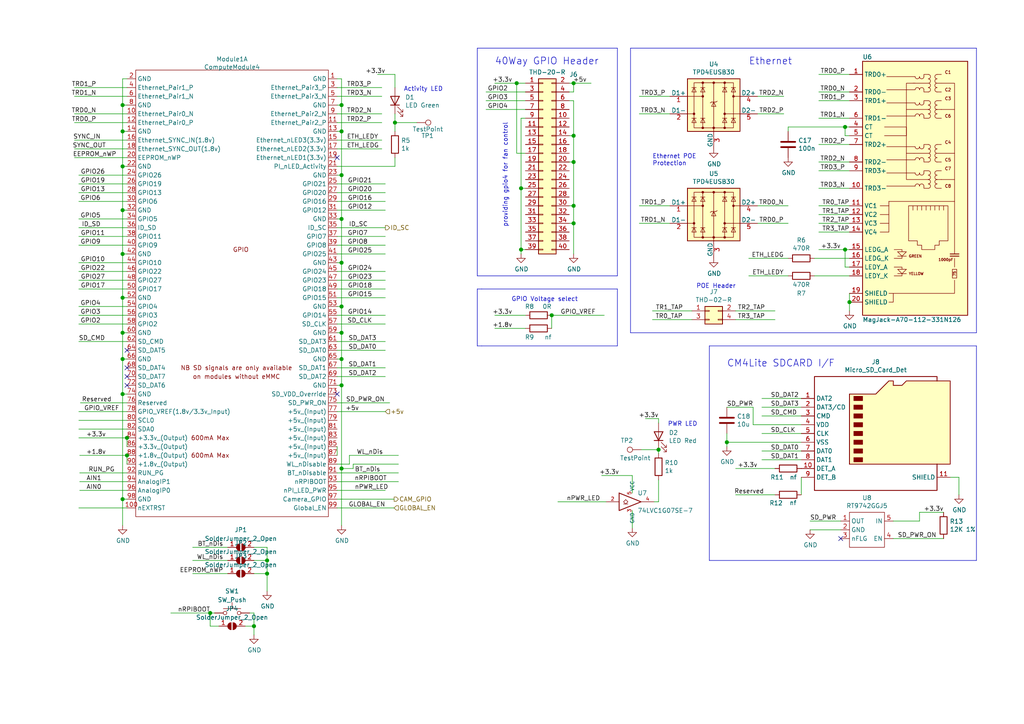
<source format=kicad_sch>
(kicad_sch (version 20210406) (generator eeschema)
  (paper "A4")
  (title_block (title "Compute Module 4 IO Board - GPIO - Ethernet") (rev "1") (company "(c) Raspberry Pi Trading 2020") (comment 1 "www.raspberrypi.org"))
  (junction (at 35.56 30.48) (diameter 1.016))
  (junction (at 35.56 38.1) (diameter 1.016))
  (junction (at 35.56 48.26) (diameter 1.016))
  (junction (at 35.56 60.96) (diameter 1.016))
  (junction (at 35.56 73.66) (diameter 1.016))
  (junction (at 35.56 86.36) (diameter 1.016))
  (junction (at 35.56 96.52) (diameter 1.016))
  (junction (at 35.56 104.14) (diameter 1.016))
  (junction (at 35.56 114.3) (diameter 1.016))
  (junction (at 35.56 144.78) (diameter 1.016))
  (junction (at 36.83 127) (diameter 1.016))
  (junction (at 36.83 132.08) (diameter 1.016))
  (junction (at 60.96 177.8) (diameter 1.016))
  (junction (at 73.66 181.61) (diameter 1.016))
  (junction (at 77.47 162.56) (diameter 1.016))
  (junction (at 77.47 166.37) (diameter 1.016))
  (junction (at 99.06 30.48) (diameter 1.016))
  (junction (at 99.06 38.1) (diameter 1.016))
  (junction (at 99.06 50.8) (diameter 1.016))
  (junction (at 99.06 63.5) (diameter 1.016))
  (junction (at 99.06 76.2) (diameter 1.016))
  (junction (at 99.06 88.9) (diameter 1.016))
  (junction (at 99.06 96.52) (diameter 1.016))
  (junction (at 99.06 104.14) (diameter 1.016))
  (junction (at 99.06 111.76) (diameter 1.016))
  (junction (at 99.06 135.89) (diameter 1.016))
  (junction (at 114.554 35.56) (diameter 1.016))
  (junction (at 149.86 24.13) (diameter 1.016))
  (junction (at 151.13 54.61) (diameter 1.016))
  (junction (at 151.13 72.39) (diameter 1.016))
  (junction (at 160.02 91.44) (diameter 1.016))
  (junction (at 166.37 24.13) (diameter 1.016))
  (junction (at 166.37 39.37) (diameter 1.016))
  (junction (at 166.37 46.99) (diameter 1.016))
  (junction (at 166.37 59.69) (diameter 1.016))
  (junction (at 166.37 64.77) (diameter 1.016))
  (junction (at 191.008 130.429) (diameter 1.016))
  (junction (at 210.82 128.27) (diameter 1.016))
  (junction (at 245.11 36.83) (diameter 1.016))
  (junction (at 245.11 72.39) (diameter 1.016))
  (junction (at 246.38 87.63) (diameter 1.016))
  (no_connect (at 36.83 101.6))
  (no_connect (at 36.83 106.68))
  (no_connect (at 36.83 109.22))
  (no_connect (at 36.83 111.76))
  (no_connect (at 97.79 45.72))
  (no_connect (at 97.79 114.3))
  (no_connect (at 243.84 156.21))
  (wire (pts (xy 21.59 25.4) (xy 36.83 25.4)))
  (wire (pts (xy 21.59 27.94) (xy 36.83 27.94)))
  (wire (pts (xy 21.59 33.02) (xy 36.83 33.02)))
  (wire (pts (xy 21.59 35.56) (xy 36.83 35.56)))
  (wire (pts (xy 21.59 40.64) (xy 36.83 40.64)))
  (wire (pts (xy 21.59 43.18) (xy 36.83 43.18)))
  (wire (pts (xy 21.59 45.72) (xy 36.83 45.72)))
  (wire (pts (xy 22.86 50.8) (xy 36.83 50.8)))
  (wire (pts (xy 22.86 53.34) (xy 36.83 53.34)))
  (wire (pts (xy 22.86 55.88) (xy 36.83 55.88)))
  (wire (pts (xy 22.86 58.42) (xy 36.83 58.42)))
  (wire (pts (xy 22.86 63.5) (xy 36.83 63.5)))
  (wire (pts (xy 22.86 66.04) (xy 36.83 66.04)))
  (wire (pts (xy 22.86 68.58) (xy 36.83 68.58)))
  (wire (pts (xy 22.86 71.12) (xy 36.83 71.12)))
  (wire (pts (xy 22.86 76.2) (xy 36.83 76.2)))
  (wire (pts (xy 22.86 78.74) (xy 36.83 78.74)))
  (wire (pts (xy 22.86 81.28) (xy 36.83 81.28)))
  (wire (pts (xy 22.86 83.82) (xy 36.83 83.82)))
  (wire (pts (xy 22.86 88.9) (xy 36.83 88.9)))
  (wire (pts (xy 22.86 91.44) (xy 36.83 91.44)))
  (wire (pts (xy 22.86 93.98) (xy 36.83 93.98)))
  (wire (pts (xy 22.86 99.06) (xy 36.83 99.06)))
  (wire (pts (xy 22.86 119.38) (xy 36.83 119.38)))
  (wire (pts (xy 22.86 121.92) (xy 36.83 121.92)))
  (wire (pts (xy 22.86 124.46) (xy 36.83 124.46)))
  (wire (pts (xy 22.86 127) (xy 36.83 127)))
  (wire (pts (xy 22.86 147.32) (xy 36.83 147.32)))
  (wire (pts (xy 23.114 132.08) (xy 36.83 132.08)))
  (wire (pts (xy 23.114 137.16) (xy 36.83 137.16)))
  (wire (pts (xy 23.114 139.7) (xy 36.83 139.7)))
  (wire (pts (xy 23.114 142.24) (xy 36.83 142.24)))
  (wire (pts (xy 23.3172 116.84) (xy 36.83 116.84)))
  (wire (pts (xy 35.56 22.86) (xy 35.56 30.48)))
  (wire (pts (xy 35.56 30.48) (xy 35.56 38.1)))
  (wire (pts (xy 35.56 38.1) (xy 35.56 48.26)))
  (wire (pts (xy 35.56 48.26) (xy 35.56 60.96)))
  (wire (pts (xy 35.56 48.26) (xy 36.83 48.26)))
  (wire (pts (xy 35.56 60.96) (xy 35.56 73.66)))
  (wire (pts (xy 35.56 60.96) (xy 36.83 60.96)))
  (wire (pts (xy 35.56 73.66) (xy 35.56 86.36)))
  (wire (pts (xy 35.56 73.66) (xy 36.83 73.66)))
  (wire (pts (xy 35.56 86.36) (xy 35.56 96.52)))
  (wire (pts (xy 35.56 86.36) (xy 36.83 86.36)))
  (wire (pts (xy 35.56 96.52) (xy 35.56 104.14)))
  (wire (pts (xy 35.56 96.52) (xy 36.83 96.52)))
  (wire (pts (xy 35.56 104.14) (xy 35.56 114.3)))
  (wire (pts (xy 35.56 104.14) (xy 36.83 104.14)))
  (wire (pts (xy 35.56 114.3) (xy 35.56 144.78)))
  (wire (pts (xy 35.56 114.3) (xy 36.83 114.3)))
  (wire (pts (xy 35.56 144.78) (xy 35.56 152.4)))
  (wire (pts (xy 36.83 22.86) (xy 35.56 22.86)))
  (wire (pts (xy 36.83 30.48) (xy 35.56 30.48)))
  (wire (pts (xy 36.83 38.1) (xy 35.56 38.1)))
  (wire (pts (xy 36.83 129.54) (xy 36.83 127)))
  (wire (pts (xy 36.83 132.08) (xy 37.084 132.08)))
  (wire (pts (xy 36.83 134.62) (xy 36.83 132.08)))
  (wire (pts (xy 36.83 144.78) (xy 35.56 144.78)))
  (wire (pts (xy 49.53 177.8) (xy 60.96 177.8)))
  (wire (pts (xy 55.88 158.75) (xy 66.04 158.75)))
  (wire (pts (xy 55.88 162.56) (xy 66.04 162.56)))
  (wire (pts (xy 55.88 166.37) (xy 66.04 166.37)))
  (wire (pts (xy 60.96 177.8) (xy 60.96 181.61)))
  (wire (pts (xy 60.96 177.8) (xy 62.23 177.8)))
  (wire (pts (xy 60.96 181.61) (xy 63.5 181.61)))
  (wire (pts (xy 71.12 181.61) (xy 73.66 181.61)))
  (wire (pts (xy 72.39 177.8) (xy 73.66 177.8)))
  (wire (pts (xy 73.66 158.75) (xy 77.47 158.75)))
  (wire (pts (xy 73.66 162.56) (xy 77.47 162.56)))
  (wire (pts (xy 73.66 166.37) (xy 77.47 166.37)))
  (wire (pts (xy 73.66 177.8) (xy 73.66 181.61)))
  (wire (pts (xy 73.66 181.61) (xy 73.66 184.15)))
  (wire (pts (xy 77.47 158.75) (xy 77.47 162.56)))
  (wire (pts (xy 77.47 162.56) (xy 77.47 166.37)))
  (wire (pts (xy 77.47 166.37) (xy 77.47 171.45)))
  (wire (pts (xy 97.79 22.86) (xy 99.06 22.86)))
  (wire (pts (xy 97.79 25.4) (xy 110.744 25.4)))
  (wire (pts (xy 97.79 27.94) (xy 110.744 27.94)))
  (wire (pts (xy 97.79 30.48) (xy 99.06 30.48)))
  (wire (pts (xy 97.79 33.02) (xy 110.744 33.02)))
  (wire (pts (xy 97.79 35.56) (xy 110.744 35.56)))
  (wire (pts (xy 97.79 38.1) (xy 99.06 38.1)))
  (wire (pts (xy 97.79 40.64) (xy 110.744 40.64)))
  (wire (pts (xy 97.79 43.18) (xy 110.744 43.18)))
  (wire (pts (xy 97.79 48.26) (xy 114.554 48.26)))
  (wire (pts (xy 97.79 50.8) (xy 99.06 50.8)))
  (wire (pts (xy 97.79 53.34) (xy 111.76 53.34)))
  (wire (pts (xy 97.79 55.88) (xy 111.76 55.88)))
  (wire (pts (xy 97.79 58.42) (xy 111.76 58.42)))
  (wire (pts (xy 97.79 60.96) (xy 111.76 60.96)))
  (wire (pts (xy 97.79 63.5) (xy 99.06 63.5)))
  (wire (pts (xy 97.79 66.04) (xy 111.76 66.04)))
  (wire (pts (xy 97.79 68.58) (xy 111.76 68.58)))
  (wire (pts (xy 97.79 71.12) (xy 111.76 71.12)))
  (wire (pts (xy 97.79 73.66) (xy 111.76 73.66)))
  (wire (pts (xy 97.79 76.2) (xy 99.06 76.2)))
  (wire (pts (xy 97.79 78.74) (xy 111.76 78.74)))
  (wire (pts (xy 97.79 81.28) (xy 111.76 81.28)))
  (wire (pts (xy 97.79 83.82) (xy 111.76 83.82)))
  (wire (pts (xy 97.79 86.36) (xy 111.76 86.36)))
  (wire (pts (xy 97.79 88.9) (xy 99.06 88.9)))
  (wire (pts (xy 97.79 91.44) (xy 111.76 91.44)))
  (wire (pts (xy 97.79 96.52) (xy 99.06 96.52)))
  (wire (pts (xy 97.79 101.6) (xy 111.76 101.6)))
  (wire (pts (xy 97.79 104.14) (xy 99.06 104.14)))
  (wire (pts (xy 97.79 109.22) (xy 111.76 109.22)))
  (wire (pts (xy 97.79 111.76) (xy 99.06 111.76)))
  (wire (pts (xy 97.79 116.84) (xy 113.03 116.84)))
  (wire (pts (xy 97.79 119.38) (xy 111.76 119.38)))
  (wire (pts (xy 97.79 129.54) (xy 97.79 132.08)))
  (wire (pts (xy 97.79 134.62) (xy 101.346 134.62)))
  (wire (pts (xy 97.79 137.16) (xy 115.57 137.16)))
  (wire (pts (xy 97.79 139.7) (xy 115.57 139.7)))
  (wire (pts (xy 97.79 142.24) (xy 111.76 142.24)))
  (wire (pts (xy 97.79 144.78) (xy 114.3 144.78)))
  (wire (pts (xy 97.79 147.32) (xy 114.3 147.32)))
  (wire (pts (xy 99.06 22.86) (xy 99.06 30.48)))
  (wire (pts (xy 99.06 30.48) (xy 99.06 38.1)))
  (wire (pts (xy 99.06 38.1) (xy 99.06 50.8)))
  (wire (pts (xy 99.06 50.8) (xy 99.06 63.5)))
  (wire (pts (xy 99.06 63.5) (xy 99.06 76.2)))
  (wire (pts (xy 99.06 76.2) (xy 99.06 88.9)))
  (wire (pts (xy 99.06 88.9) (xy 99.06 96.52)))
  (wire (pts (xy 99.06 96.52) (xy 99.06 104.14)))
  (wire (pts (xy 99.06 104.14) (xy 99.06 111.76)))
  (wire (pts (xy 99.06 111.76) (xy 99.06 135.89)))
  (wire (pts (xy 99.06 135.89) (xy 99.06 152.4)))
  (wire (pts (xy 99.06 135.89) (xy 102.4382 135.89)))
  (wire (pts (xy 101.346 132.08) (xy 115.57 132.08)))
  (wire (pts (xy 101.346 134.62) (xy 101.346 132.08)))
  (wire (pts (xy 102.4382 134.62) (xy 115.57 134.62)))
  (wire (pts (xy 102.4382 135.89) (xy 102.4382 134.62)))
  (wire (pts (xy 109.474 21.59) (xy 114.554 21.59)))
  (wire (pts (xy 111.76 93.98) (xy 97.79 93.98)))
  (wire (pts (xy 111.76 99.06) (xy 97.79 99.06)))
  (wire (pts (xy 111.76 106.68) (xy 97.79 106.68)))
  (wire (pts (xy 114.554 25.4) (xy 114.554 21.59)))
  (wire (pts (xy 114.554 35.56) (xy 114.554 33.02)))
  (wire (pts (xy 114.554 38.1) (xy 114.554 35.56)))
  (wire (pts (xy 114.554 48.26) (xy 114.554 45.72)))
  (wire (pts (xy 120.904 35.56) (xy 114.554 35.56)))
  (wire (pts (xy 140.97 26.67) (xy 152.4 26.67)))
  (wire (pts (xy 140.97 29.21) (xy 152.4 29.21)))
  (wire (pts (xy 140.97 31.75) (xy 152.4 31.75)))
  (wire (pts (xy 143.51 24.13) (xy 149.86 24.13)))
  (wire (pts (xy 143.51 91.44) (xy 152.4 91.44)))
  (wire (pts (xy 143.51 95.25) (xy 152.4 95.25)))
  (wire (pts (xy 149.86 24.13) (xy 149.86 44.45)))
  (wire (pts (xy 149.86 44.45) (xy 152.4 44.45)))
  (wire (pts (xy 151.13 34.29) (xy 151.13 54.61)))
  (wire (pts (xy 151.13 54.61) (xy 151.13 72.39)))
  (wire (pts (xy 151.13 54.61) (xy 152.4 54.61)))
  (wire (pts (xy 151.13 72.39) (xy 151.13 73.66)))
  (wire (pts (xy 151.13 72.39) (xy 152.4 72.39)))
  (wire (pts (xy 152.4 24.13) (xy 149.86 24.13)))
  (wire (pts (xy 152.4 34.29) (xy 151.13 34.29)))
  (wire (pts (xy 160.02 91.44) (xy 160.02 95.25)))
  (wire (pts (xy 160.02 91.44) (xy 175.26 91.44)))
  (wire (pts (xy 161.798 145.542) (xy 175.768 145.542)))
  (wire (pts (xy 165.1 24.13) (xy 166.37 24.13)))
  (wire (pts (xy 165.1 26.67) (xy 166.37 26.67)))
  (wire (pts (xy 165.1 29.21) (xy 166.37 29.21)))
  (wire (pts (xy 165.1 59.69) (xy 166.37 59.69)))
  (wire (pts (xy 165.1 64.77) (xy 166.37 64.77)))
  (wire (pts (xy 166.37 24.13) (xy 171.45 24.13)))
  (wire (pts (xy 166.37 26.67) (xy 166.37 24.13)))
  (wire (pts (xy 166.37 29.21) (xy 166.37 39.37)))
  (wire (pts (xy 166.37 39.37) (xy 165.1 39.37)))
  (wire (pts (xy 166.37 39.37) (xy 166.37 46.99)))
  (wire (pts (xy 166.37 46.99) (xy 165.1 46.99)))
  (wire (pts (xy 166.37 59.69) (xy 166.37 46.99)))
  (wire (pts (xy 166.37 64.77) (xy 166.37 59.69)))
  (wire (pts (xy 166.37 64.77) (xy 166.37 73.66)))
  (wire (pts (xy 183.388 137.922) (xy 174.498 137.922)))
  (wire (pts (xy 183.388 143.002) (xy 183.388 137.922)))
  (wire (pts (xy 183.388 148.082) (xy 183.388 153.162)))
  (wire (pts (xy 185.42 27.94) (xy 194.31 27.94)))
  (wire (pts (xy 185.42 33.02) (xy 194.31 33.02)))
  (wire (pts (xy 185.42 59.69) (xy 194.31 59.69)))
  (wire (pts (xy 186.0042 130.429) (xy 191.008 130.429)))
  (wire (pts (xy 189.23 90.17) (xy 200.66 90.17)))
  (wire (pts (xy 189.23 92.71) (xy 200.66 92.71)))
  (wire (pts (xy 191.008 121.412) (xy 187.198 121.412)))
  (wire (pts (xy 191.008 122.682) (xy 191.008 121.412)))
  (wire (pts (xy 191.008 130.302) (xy 191.008 130.429)))
  (wire (pts (xy 191.008 130.429) (xy 191.008 131.572)))
  (wire (pts (xy 191.008 139.192) (xy 191.008 145.542)))
  (wire (pts (xy 191.008 145.542) (xy 189.738 145.542)))
  (wire (pts (xy 194.31 64.77) (xy 185.42 64.77)))
  (wire (pts (xy 210.82 118.11) (xy 218.44 118.11)))
  (wire (pts (xy 210.82 125.73) (xy 210.82 128.27)))
  (wire (pts (xy 210.82 128.27) (xy 210.82 129.54)))
  (wire (pts (xy 210.82 128.27) (xy 232.41 128.27)))
  (wire (pts (xy 213.36 90.17) (xy 224.79 90.17)))
  (wire (pts (xy 213.36 92.71) (xy 224.79 92.71)))
  (wire (pts (xy 213.36 135.89) (xy 224.79 135.89)))
  (wire (pts (xy 213.36 143.51) (xy 224.79 143.51)))
  (wire (pts (xy 217.17 74.93) (xy 228.6 74.93)))
  (wire (pts (xy 217.17 80.01) (xy 228.6 80.01)))
  (wire (pts (xy 218.44 123.19) (xy 218.44 118.11)))
  (wire (pts (xy 219.71 27.94) (xy 227.33 27.94)))
  (wire (pts (xy 219.71 33.02) (xy 227.33 33.02)))
  (wire (pts (xy 219.71 59.69) (xy 228.6 59.69)))
  (wire (pts (xy 219.71 64.77) (xy 228.6 64.77)))
  (wire (pts (xy 220.98 115.57) (xy 232.41 115.57)))
  (wire (pts (xy 220.98 120.65) (xy 232.41 120.65)))
  (wire (pts (xy 220.98 130.81) (xy 232.41 130.81)))
  (wire (pts (xy 228.6 36.83) (xy 245.11 36.83)))
  (wire (pts (xy 228.6 38.1) (xy 228.6 36.83)))
  (wire (pts (xy 232.41 118.11) (xy 220.98 118.11)))
  (wire (pts (xy 232.41 123.19) (xy 218.44 123.19)))
  (wire (pts (xy 232.41 125.73) (xy 220.98 125.73)))
  (wire (pts (xy 232.41 133.35) (xy 220.98 133.35)))
  (wire (pts (xy 232.41 138.43) (xy 232.41 143.51)))
  (wire (pts (xy 236.22 74.93) (xy 246.38 74.93)))
  (wire (pts (xy 236.22 80.01) (xy 246.38 80.01)))
  (wire (pts (xy 237.49 21.59) (xy 246.38 21.59)))
  (wire (pts (xy 237.49 26.67) (xy 246.38 26.67)))
  (wire (pts (xy 237.49 29.21) (xy 246.38 29.21)))
  (wire (pts (xy 237.49 34.29) (xy 246.38 34.29)))
  (wire (pts (xy 237.49 41.91) (xy 246.38 41.91)))
  (wire (pts (xy 237.49 46.99) (xy 246.38 46.99)))
  (wire (pts (xy 237.49 49.53) (xy 246.38 49.53)))
  (wire (pts (xy 237.49 54.61) (xy 246.38 54.61)))
  (wire (pts (xy 237.49 59.69) (xy 246.38 59.69)))
  (wire (pts (xy 237.49 62.23) (xy 246.38 62.23)))
  (wire (pts (xy 237.49 64.77) (xy 246.38 64.77)))
  (wire (pts (xy 237.49 67.31) (xy 246.38 67.31)))
  (wire (pts (xy 237.49 72.39) (xy 245.11 72.39)))
  (wire (pts (xy 243.84 151.13) (xy 234.95 151.13)))
  (wire (pts (xy 243.84 153.67) (xy 234.95 153.67)))
  (wire (pts (xy 245.11 39.37) (xy 245.11 36.83)))
  (wire (pts (xy 245.11 72.39) (xy 246.38 72.39)))
  (wire (pts (xy 245.11 77.47) (xy 245.11 72.39)))
  (wire (pts (xy 246.38 36.83) (xy 245.11 36.83)))
  (wire (pts (xy 246.38 39.37) (xy 245.11 39.37)))
  (wire (pts (xy 246.38 77.47) (xy 245.11 77.47)))
  (wire (pts (xy 246.38 85.09) (xy 246.38 87.63)))
  (wire (pts (xy 246.38 87.63) (xy 246.38 90.17)))
  (wire (pts (xy 259.08 151.13) (xy 266.7 151.13)))
  (wire (pts (xy 259.08 156.21) (xy 273.685 156.21)))
  (wire (pts (xy 266.7 148.59) (xy 266.7 151.13)))
  (wire (pts (xy 273.685 148.59) (xy 266.7 148.59)))
  (wire (pts (xy 275.59 138.43) (xy 278.13 138.43)))
  (wire (pts (xy 278.13 138.43) (xy 278.13 143.51)))
  (polyline (pts (xy 138.43 13.97) (xy 138.43 80.01)) (stroke (width 0) (type solid)))
  (polyline (pts (xy 138.43 80.01) (xy 179.07 80.01)) (stroke (width 0) (type solid)))
  (polyline (pts (xy 138.43 100.33) (xy 138.43 83.82)) (stroke (width 0) (type solid)))
  (polyline (pts (xy 138.43 100.33) (xy 139.7 100.33)) (stroke (width 0) (type solid)))
  (polyline (pts (xy 139.7 83.82) (xy 138.43 83.82)) (stroke (width 0) (type solid)))
  (polyline (pts (xy 139.7 83.82) (xy 179.07 83.82)) (stroke (width 0) (type solid)))
  (polyline (pts (xy 179.07 13.97) (xy 138.43 13.97)) (stroke (width 0) (type solid)))
  (polyline (pts (xy 179.07 13.97) (xy 179.07 80.01)) (stroke (width 0) (type solid)))
  (polyline (pts (xy 179.07 83.82) (xy 179.07 100.33)) (stroke (width 0) (type solid)))
  (polyline (pts (xy 179.07 100.33) (xy 139.7 100.33)) (stroke (width 0) (type solid)))
  (polyline (pts (xy 182.88 13.97) (xy 283.21 13.97)) (stroke (width 0) (type solid)))
  (polyline (pts (xy 182.88 96.52) (xy 182.88 13.97)) (stroke (width 0) (type solid)))
  (polyline (pts (xy 205.74 100.33) (xy 283.21 100.33)) (stroke (width 0) (type solid)))
  (polyline (pts (xy 205.74 162.56) (xy 205.74 100.33)) (stroke (width 0) (type solid)))
  (polyline (pts (xy 283.21 13.97) (xy 283.21 96.52)) (stroke (width 0) (type solid)))
  (polyline (pts (xy 283.21 96.52) (xy 182.88 96.52)) (stroke (width 0) (type solid)))
  (polyline (pts (xy 283.21 100.33) (xy 283.21 162.56)) (stroke (width 0) (type solid)))
  (polyline (pts (xy 283.21 162.56) (xy 205.74 162.56)) (stroke (width 0) (type solid)))
  (text "Activity LED" (at 117.094 26.67 0) (effects (font (size 1.27 1.27)) (justify left bottom)))
  (text "40Way GPIO Header" (at 143.51 19.05 0) (effects (font (size 2.007 2.007)) (justify left bottom)))
  (text "providing gpio4 for fan control" (at 147.32 35.56 270) (effects (font (size 1.27 1.27)) (justify right bottom)))
  (text "GPIO Voltage select\n" (at 167.64 87.63 180) (effects (font (size 1.27 1.27)) (justify right bottom)))
  (text "Ethernet POE\nProtection" (at 189.23 48.26 0) (effects (font (size 1.27 1.27)) (justify left bottom)))
  (text "PWR LED" (at 193.675 123.825 0) (effects (font (size 1.27 1.27)) (justify left bottom)))
  (text "POE Header" (at 201.93 83.82 0) (effects (font (size 1.27 1.27)) (justify left bottom)))
  (text "CM4Lite SDCARD I/F" (at 210.82 106.68 0) (effects (font (size 2.007 2.007)) (justify left bottom)))
  (text "Ethernet" (at 217.17 19.05 0) (effects (font (size 2.0066 2.0066)) (justify left bottom)))
  (label "GPIO_VREF" (at 24.384 119.38 0))
  (label "TRD1_P" (at 27.94 25.4 180))
  (label "TRD1_N" (at 27.94 27.94 180))
  (label "TRD0_N" (at 27.94 33.02 180))
  (label "TRD0_P" (at 27.94 35.56 180))
  (label "SYNC_IN" (at 29.21 40.64 180))
  (label "GPIO6" (at 29.21 58.42 180))
  (label "GPIO5" (at 29.21 63.5 180))
  (label "ID_SD" (at 29.21 66.04 180))
  (label "GPIO9" (at 29.21 71.12 180))
  (label "GPIO4" (at 29.21 88.9 180))
  (label "GPIO3" (at 29.21 91.44 180))
  (label "GPIO2" (at 29.21 93.98 180))
  (label "AIN1" (at 29.464 139.7 180))
  (label "AIN0" (at 29.464 142.24 180))
  (label "GPIO26" (at 30.48 50.8 180))
  (label "GPIO19" (at 30.48 53.34 180))
  (label "GPIO13" (at 30.48 55.88 180))
  (label "GPIO11" (at 30.48 68.58 180))
  (label "GPIO10" (at 30.48 76.2 180))
  (label "GPIO22" (at 30.48 78.74 180))
  (label "GPIO27" (at 30.48 81.28 180))
  (label "GPIO17" (at 30.48 83.82 180))
  (label "SD_CMD" (at 30.48 99.06 180))
  (label "SYNC_OUT" (at 30.734 43.18 180))
  (label "+3.3v" (at 30.734 127 180))
  (label "+1.8v" (at 30.734 132.08 180))
  (label "Reserved" (at 32.385 116.84 180))
  (label "RUN_PG" (at 33.274 137.16 180))
  (label "EEPROM_nWP" (at 33.782 45.72 180))
  (label "nRPIBOOT" (at 60.96 177.8 180))
  (label "BT_nDis" (at 64.77 158.75 180))
  (label "WL_nDis" (at 64.77 162.56 180))
  (label "EEPROM_nWP" (at 64.77 166.37 180))
  (label "SD_PWR_ON" (at 100.33 116.84 0))
  (label "TRD3_P" (at 100.584 25.4 0))
  (label "TRD3_N" (at 100.584 27.94 0))
  (label "TRD2_N" (at 100.584 33.02 0))
  (label "TRD2_P" (at 100.584 35.56 0))
  (label "ETH_LEDY" (at 100.584 40.64 0))
  (label "ETH_LEDG" (at 100.584 43.18 0))
  (label "nPWR_LED" (at 102.87 142.24 0))
  (label "+5v" (at 104.14 119.38 180))
  (label "ID_SC" (at 106.68 66.04 180))
  (label "GPIO7" (at 106.68 68.58 180))
  (label "GPIO8" (at 106.68 71.12 180))
  (label "GPIO21" (at 107.95 53.34 180))
  (label "GPIO20" (at 107.95 55.88 180))
  (label "GPIO16" (at 107.95 58.42 180))
  (label "GPIO12" (at 107.95 60.96 180))
  (label "GPIO25" (at 107.95 73.66 180))
  (label "GPIO24" (at 107.95 78.74 180))
  (label "GPIO23" (at 107.95 81.28 180))
  (label "GPIO18" (at 107.95 83.82 180))
  (label "GPIO15" (at 107.95 86.36 180))
  (label "GPIO14" (at 107.95 91.44 180))
  (label "SD_CLK" (at 107.95 93.98 180))
  (label "SD_DAT3" (at 109.22 99.06 180))
  (label "SD_DAT0" (at 109.22 101.6 180))
  (label "SD_DAT1" (at 109.22 106.68 180))
  (label "SD_DAT2" (at 109.22 109.22 180))
  (label "BT_nDis" (at 110.3376 137.16 180))
  (label "WL_nDis" (at 111.125 132.08 180))
  (label "+3.3v" (at 111.76 21.59 180))
  (label "GLOBAL_EN" (at 111.76 147.32 180))
  (label "nRPIBOOT" (at 112.2172 139.7 180))
  (label "GPIO2" (at 147.32 26.67 180))
  (label "GPIO3" (at 147.32 29.21 180))
  (label "GPIO4" (at 147.32 31.75 180))
  (label "+3.3v" (at 148.59 24.13 180))
  (label "+3.3v" (at 148.59 91.44 180))
  (label "+1.8v" (at 148.59 95.25 180))
  (label "GPIO_VREF" (at 162.56 91.44 0))
  (label "nPWR_LED" (at 164.338 145.542 0))
  (label "+5v" (at 170.18 24.13 180))
  (label "+3.3v" (at 179.578 137.922 180))
  (label "+3.3v" (at 191.008 121.412 180))
  (label "TRD3_P" (at 193.04 27.94 180))
  (label "TRD3_N" (at 193.04 33.02 180))
  (label "TRD1_P" (at 193.04 59.69 180))
  (label "TRD1_N" (at 193.04 64.77 180))
  (label "TR0_TAP" (at 198.0184 92.71 180))
  (label "TR1_TAP" (at 198.12 90.17 180))
  (label "SD_PWR" (at 210.82 118.11 0))
  (label "+3.3v" (at 219.71 135.89 180))
  (label "Reserved" (at 221.615 143.51 180))
  (label "TR3_TAP" (at 221.8944 92.71 180))
  (label "TR2_TAP" (at 221.9198 90.17 180))
  (label "SD_DAT2" (at 223.52 115.57 0))
  (label "SD_DAT3" (at 223.52 118.11 0))
  (label "SD_CMD" (at 223.52 120.65 0))
  (label "SD_CLK" (at 223.52 125.73 0))
  (label "SD_DAT0" (at 223.52 130.81 0))
  (label "SD_DAT1" (at 223.52 133.35 0))
  (label "TRD2_N" (at 227.33 27.94 180))
  (label "TRD2_P" (at 227.33 33.02 180))
  (label "TRD0_N" (at 227.33 59.69 180))
  (label "TRD0_P" (at 227.33 64.77 180))
  (label "ETH_LEDG" (at 227.33 74.93 180))
  (label "ETH_LEDY" (at 227.33 80.01 180))
  (label "SD_PWR" (at 234.95 151.13 0))
  (label "+3.3v" (at 243.84 72.39 180))
  (label "TRD0_P" (at 245.11 21.59 180))
  (label "TRD0_N" (at 245.11 26.67 180))
  (label "TRD1_P" (at 245.11 29.21 180))
  (label "TRD1_N" (at 245.11 34.29 180))
  (label "TRD2_P" (at 245.11 41.91 180))
  (label "TRD2_N" (at 245.11 46.99 180))
  (label "TRD3_P" (at 245.11 49.53 180))
  (label "TRD3_N" (at 245.11 54.61 180))
  (label "TR0_TAP" (at 246.38 59.69 180))
  (label "TR1_TAP" (at 246.38 62.23 180))
  (label "TR2_TAP" (at 246.38 64.77 180))
  (label "TR3_TAP" (at 246.38 67.31 180))
  (label "SD_PWR_ON" (at 260.35 156.21 0))
  (label "+3.3v" (at 273.685 148.59 180))
  (hierarchical_label "ID_SC" (shape output) (at 111.76 66.04 0))
  (hierarchical_label "+5v" (shape input) (at 111.76 119.38 0))
  (hierarchical_label "CAM_GPIO" (shape output) (at 114.3 144.78 0))
  (hierarchical_label "GLOBAL_EN" (shape input) (at 114.3 147.32 0))
  (symbol (lib_id "Connector:TestPoint") (at 120.904 35.56 270) (unit 1)
    (property "Reference" "TP1" (at 122.174 39.37 90) (effects (justify left)))
    (property "Value" "TestPoint" (at 119.634 37.465 90) (effects (justify left)))
    (property "Footprint" "TestPoint:TestPoint_Pad_2.0x2.0mm" (effects hide))
    (property "Field4" "nf" (effects hide))
    (property "Field5" "nf" (effects hide))
    (property "Field6" "nf" (effects hide))
    (property "Field7" "nf" (effects hide))
  )
  (symbol (lib_id "Connector:TestPoint") (at 186.0042 130.429 90) (unit 1)
    (property "Reference" "TP2" (at 183.642 127.762 90) (effects (justify left)))
    (property "Value" "TestPoint" (at 188.722 132.842 90) (effects (justify left)))
    (property "Footprint" "TestPoint:TestPoint_Pad_2.0x2.0mm" (effects hide))
    (property "Field4" "nf" (effects hide))
    (property "Field5" "nf" (effects hide))
    (property "Field6" "nf" (effects hide))
    (property "Field7" "nf" (effects hide))
  )
  (symbol (lib_id "power:GND") (at 35.56 152.4 0) (unit 1)
    (property "Reference" "#PWR030" (effects hide))
    (property "Value" "GND" (at 35.687 156.7942 0))
  )
  (symbol (lib_id "power:GND") (at 73.66 184.15 0) (unit 1)
    (property "Reference" "#PWR035" (effects hide))
    (property "Value" "GND" (at 73.787 188.5442 0))
  )
  (symbol (lib_id "power:GND") (at 77.47 171.45 0) (unit 1)
    (property "Reference" "#PWR034" (effects hide))
    (property "Value" "GND" (at 77.597 175.8442 0))
  )
  (symbol (lib_id "power:GND") (at 99.06 152.4 0) (unit 1)
    (property "Reference" "#PWR031" (effects hide))
    (property "Value" "GND" (at 99.187 156.7942 0))
  )
  (symbol (lib_id "power:GND") (at 151.13 73.66 0) (unit 1)
    (property "Reference" "#PWR024" (effects hide))
    (property "Value" "GND" (at 151.257 78.0542 0))
  )
  (symbol (lib_id "power:GND") (at 166.37 73.66 0) (unit 1)
    (property "Reference" "#PWR025" (effects hide))
    (property "Value" "GND" (at 166.497 78.0542 0))
  )
  (symbol (lib_id "power:GND") (at 183.388 153.162 0) (unit 1)
    (property "Reference" "#PWR032" (effects hide))
    (property "Value" "GND" (at 183.515 157.5562 0))
  )
  (symbol (lib_id "power:GND") (at 207.01 43.18 0) (unit 1)
    (property "Reference" "#PWR022" (effects hide))
    (property "Value" "GND" (at 207.137 47.5742 0))
  )
  (symbol (lib_id "power:GND") (at 207.01 74.93 0) (unit 1)
    (property "Reference" "#PWR026" (effects hide))
    (property "Value" "GND" (at 207.137 79.3242 0))
  )
  (symbol (lib_id "power:GND") (at 210.82 129.54 0) (unit 1)
    (property "Reference" "#PWR028" (effects hide))
    (property "Value" "GND" (at 210.947 133.9342 0))
  )
  (symbol (lib_id "power:GND") (at 228.6 45.72 0) (unit 1)
    (property "Reference" "#PWR023" (effects hide))
    (property "Value" "GND" (at 228.727 50.1142 0))
  )
  (symbol (lib_id "power:GND") (at 234.95 153.67 0) (unit 1)
    (property "Reference" "#PWR033" (effects hide))
    (property "Value" "GND" (at 235.077 158.0642 0))
  )
  (symbol (lib_id "power:GND") (at 246.38 90.17 0) (unit 1)
    (property "Reference" "#PWR027" (effects hide))
    (property "Value" "GND" (at 246.507 94.5642 0))
  )
  (symbol (lib_id "power:GND") (at 278.13 143.51 0) (unit 1)
    (property "Reference" "#PWR029" (effects hide))
    (property "Value" "GND" (at 278.257 147.9042 0))
  )
  (symbol (lib_id "Jumper:SolderJumper_2_Open") (at 67.31 181.61 0) (unit 1)
    (property "Reference" "JP4" (at 67.31 176.53 0))
    (property "Value" "SolderJumper_2_Open" (at 67.31 179.07 0))
  )
  (symbol (lib_id "Jumper:SolderJumper_2_Open") (at 69.85 158.75 0) (unit 1)
    (property "Reference" "JP1" (at 69.85 153.67 0))
    (property "Value" "SolderJumper_2_Open" (at 69.85 156.21 0))
  )
  (symbol (lib_id "Jumper:SolderJumper_2_Open") (at 69.85 162.56 0) (unit 1)
    (property "Reference" "JP2" (at 69.85 157.48 0))
    (property "Value" "SolderJumper_2_Open" (at 69.85 160.02 0))
  )
  (symbol (lib_id "Jumper:SolderJumper_2_Open") (at 69.85 166.37 0) (unit 1)
    (property "Reference" "JP3" (at 69.85 161.29 0))
    (property "Value" "SolderJumper_2_Open" (at 69.85 163.83 0))
  )
  (symbol (lib_id "Device:R") (at 114.554 41.91 0) (unit 1)
    (property "Reference" "R5" (at 116.332 40.7416 0) (effects (justify left)))
    (property "Value" "1k" (at 116.332 43.053 0) (effects (justify left)))
    (property "Footprint" "Resistor_SMD:R_0402_1005Metric" (effects hide))
    (property "Datasheet" "https://fscdn.rohm.com/en/products/databook/datasheet/passive/resistor/chip_resistor/mcr-e.pdf" (effects hide))
    (property "Field4" "Farnell" (effects hide))
    (property "Field5" "9239235" (effects hide))
    (property "Field7" "KOA EUROPE GMBH" (effects hide))
    (property "Field6" "RK73H1ETTP1001F" (effects hide))
    (property "Part Description" "Resistor 1K M1005 1% 63mW" (effects hide))
    (property "Field8" "125049511" (effects hide))
  )
  (symbol (lib_id "Device:R") (at 156.21 91.44 90) (unit 1)
    (property "Reference" "R8" (at 154.94 88.9 90) (effects (justify left)))
    (property "Value" "0R" (at 160.02 88.9 90) (effects (justify left)))
    (property "Footprint" "Resistor_SMD:R_0805_2012Metric_Pad1.15x1.40mm_HandSolder" (effects hide))
    (property "Datasheet" "https://fscdn.rohm.com/en/products/databook/datasheet/passive/resistor/chip_resistor/mcr-e.pdf" (effects hide))
    (property "Field4" "Farnell" (effects hide))
    (property "Field5" "9233750" (effects hide))
    (property "Field7" "Rohm" (effects hide))
    (property "Field6" "MCR10EZPJ000" (effects hide))
    (property "Part Description" "Resistor 0R M2012 5% " (effects hide))
    (property "Field8" "121629591" (effects hide))
  )
  (symbol (lib_id "Device:R") (at 156.21 95.25 90) (unit 1)
    (property "Reference" "R9" (at 154.94 97.79 90) (effects (justify left)))
    (property "Value" "nf" (at 160.02 97.79 90) (effects (justify left)))
    (property "Footprint" "Resistor_SMD:R_0805_2012Metric_Pad1.15x1.40mm_HandSolder" (effects hide))
    (property "Datasheet" "https://fscdn.rohm.com/en/products/databook/datasheet/passive/resistor/chip_resistor/mcr-e.pdf" (effects hide))
    (property "Field4" "nf" (effects hide))
    (property "Field5" "nf" (effects hide))
    (property "Field6" "nf" (effects hide))
  )
  (symbol (lib_id "Device:R") (at 191.008 135.382 0) (unit 1)
    (property "Reference" "R10" (at 192.786 134.2136 0) (effects (justify left)))
    (property "Value" "1k" (at 192.786 136.525 0) (effects (justify left)))
    (property "Footprint" "Resistor_SMD:R_0402_1005Metric" (effects hide))
    (property "Datasheet" "https://fscdn.rohm.com/en/products/databook/datasheet/passive/resistor/chip_resistor/mcr-e.pdf" (effects hide))
    (property "Field4" "Farnell" (effects hide))
    (property "Field5" "9239235" (effects hide))
    (property "Field7" "KOA EUROPE GMBH" (effects hide))
    (property "Field6" "RK73H1ETTP1001F" (effects hide))
    (property "Part Description" "Resistor 1K M1005 1% 63mW" (effects hide))
    (property "Field8" "125049511" (effects hide))
  )
  (symbol (lib_id "Device:R") (at 228.6 135.89 90) (unit 1)
    (property "Reference" "R11" (at 227.33 138.43 90) (effects (justify left)))
    (property "Value" "nf" (at 231.14 138.43 90) (effects (justify left)))
    (property "Footprint" "Resistor_SMD:R_0402_1005Metric" (effects hide))
    (property "Datasheet" "https://fscdn.rohm.com/en/products/databook/datasheet/passive/resistor/chip_resistor/mcr-e.pdf" (effects hide))
    (property "Field4" "Farnell" (effects hide))
    (property "Field5" "9239235" (effects hide))
    (property "Field7" "KOA EUROPE GMBH" (effects hide))
    (property "Field6" "RK73H1ETTP1001F" (effects hide))
    (property "Part Description" "Resistor 1K M1005 1% 63mW" (effects hide))
    (property "Field8" "125049511" (effects hide))
  )
  (symbol (lib_id "Device:R") (at 228.6 143.51 90) (unit 1)
    (property "Reference" "R12" (at 227.0506 145.8976 90) (effects (justify left)))
    (property "Value" "nf" (at 231.0638 145.8468 90) (effects (justify left)))
    (property "Footprint" "Resistor_SMD:R_0402_1005Metric" (effects hide))
    (property "Datasheet" "https://fscdn.rohm.com/en/products/databook/datasheet/passive/resistor/chip_resistor/mcr-e.pdf" (effects hide))
    (property "Field4" "Farnell" (effects hide))
    (property "Field5" "9239235" (effects hide))
    (property "Field7" "KOA EUROPE GMBH" (effects hide))
    (property "Field6" "RK73H1ETTP1001F" (effects hide))
    (property "Part Description" "Resistor 1K M1005 1% 63mW" (effects hide))
    (property "Field8" "125049511" (effects hide))
  )
  (symbol (lib_id "Device:R") (at 232.41 74.93 270) (unit 1)
    (property "Reference" "R6" (at 232.41 69.6722 90))
    (property "Value" "470R" (at 232.41 71.9836 90))
    (property "Footprint" "Resistor_SMD:R_0402_1005Metric" (effects hide))
    (property "Datasheet" "https://fscdn.rohm.com/en/products/databook/datasheet/passive/resistor/chip_resistor/mcr-e.pdf" (effects hide))
    (property "Field4" "Farnell" (effects hide))
    (property "Field5" "9239197" (effects hide))
    (property "Field7" "KOA EUROPE GMBH" (effects hide))
    (property "Field6" "RK73G1ETQTP4700D         " (effects hide))
    (property "Field8" "120887981" (effects hide))
    (property "Part Description" "Resistor 470R M1005 1% 63mW" (effects hide))
  )
  (symbol (lib_id "Device:R") (at 232.41 80.01 270) (unit 1)
    (property "Reference" "R7" (at 232.41 85.09 90))
    (property "Value" "470R" (at 232.41 82.55 90))
    (property "Footprint" "Resistor_SMD:R_0402_1005Metric" (effects hide))
    (property "Datasheet" "https://fscdn.rohm.com/en/products/databook/datasheet/passive/resistor/chip_resistor/mcr-e.pdf" (effects hide))
    (property "Field4" "Farnell" (effects hide))
    (property "Field5" "9239197" (effects hide))
    (property "Field7" "KOA EUROPE GMBH" (effects hide))
    (property "Field6" "RK73G1ETQTP4700D         " (effects hide))
    (property "Field8" "120887981" (effects hide))
    (property "Part Description" "Resistor 470R M1005 1% 63mW" (effects hide))
  )
  (symbol (lib_id "Device:R") (at 273.685 152.4 0) (unit 1)
    (property "Reference" "R13" (at 275.463 151.2316 0) (effects (justify left)))
    (property "Value" "12K 1%" (at 275.463 153.543 0) (effects (justify left)))
    (property "Footprint" "Resistor_SMD:R_0402_1005Metric" (effects hide))
    (property "Datasheet" "https://fscdn.rohm.com/en/products/databook/datasheet/passive/resistor/chip_resistor/mcr-e.pdf" (effects hide))
    (property "Field4" "Farnell" (effects hide))
    (property "Field5" "9239367" (effects hide))
    (property "Field7" "Rohm" (effects hide))
    (property "Field6" "MCR01MZPF1202" (effects hide))
    (property "Part Description" "Resistor 12K M1005 1% 63mW" (effects hide))
  )
  (symbol (lib_id "Device:LED") (at 114.554 29.21 90) (unit 1)
    (property "Reference" "D1" (at 117.5258 28.2194 90) (effects (justify right)))
    (property "Value" "LED Green" (at 117.5258 30.5308 90) (effects (justify right)))
    (property "Footprint" "LED_SMD:LED_0603_1608Metric" (effects hide))
    (property "Datasheet" "http://optoelectronics.liteon.com/upload/download/DS22-2000-226/LTST-S270KGKT.pdf" (effects hide))
    (property "Field4" "Digikey " (effects hide))
    (property "Field5" "LTST-S270KGKT" (effects hide))
    (property "Field6" "SML-A12M8TT86N" (effects hide))
    (property "Field7" "Rohm" (effects hide))
    (property "Field8" "650263301" (effects hide))
    (property "Part Description" "	Green 572nm LED Indication - Discrete 2.2V 2-SMD, No Lead" (effects hide))
  )
  (symbol (lib_id "Device:LED") (at 191.008 126.492 90) (unit 1)
    (property "Reference" "D2" (at 193.9798 125.5014 90) (effects (justify right)))
    (property "Value" "LED Red" (at 193.9798 127.8128 90) (effects (justify right)))
    (property "Footprint" "LED_SMD:LED_0603_1608Metric" (effects hide))
    (property "Datasheet" "http://optoelectronics.liteon.com/upload/download/DS22-2000-210/LTST-S270KRKT.pdf" (effects hide))
    (property "Field4" "Digikey " (effects hide))
    (property "Field5" "	LTST-S270KRKT" (effects hide))
    (property "Field6" "SML-A12U8TT86Q" (effects hide))
    (property "Field7" "Rohm" (effects hide))
    (property "Field8" "650295101" (effects hide))
    (property "Part Description" "	Red 620nm LED Indication - Discrete 2.2V 2-SMD, No Lead" (effects hide))
  )
  (symbol (lib_id "Device:C") (at 210.82 121.92 0) (unit 1)
    (property "Reference" "C18" (at 213.741 120.7516 0) (effects (justify left)))
    (property "Value" "10u" (at 213.741 123.063 0) (effects (justify left)))
    (property "Footprint" "Capacitor_SMD:C_0805_2012Metric" (effects hide))
    (property "Datasheet" "https://search.murata.co.jp/Ceramy/image/img/A01X/G101/ENG/GRM21BR71A106KA73-01.pdf" (effects hide))
    (property "Field5" "490-14381-1-ND" (effects hide))
    (property "Field4" "Digikey" (effects hide))
    (property "Field6" "GRM21BR71A106KA73L" (effects hide))
    (property "Field7" "Murata" (effects hide))
    (property "Part Description" "	10uF 10% 10V Ceramic Capacitor X7R 0805 (2012 Metric)" (effects hide))
    (property "Field8" "111893011" (effects hide))
  )
  (symbol (lib_id "Device:C") (at 228.6 41.91 0) (unit 1)
    (property "Reference" "C17" (at 231.521 40.7416 0) (effects (justify left)))
    (property "Value" "100n" (at 231.521 43.053 0) (effects (justify left)))
    (property "Footprint" "Capacitor_SMD:C_0402_1005Metric" (effects hide))
    (property "Datasheet" "https://search.murata.co.jp/Ceramy/image/img/A01X/G101/ENG/GRM155R71C104KA88-01.pdf" (effects hide))
    (property "Field4" "Farnell" (effects hide))
    (property "Field5" "2611911" (effects hide))
    (property "Field6" "RM EMK105 B7104KV-F" (effects hide))
    (property "Field7" "TAIYO YUDEN EUROPE GMBH" (effects hide))
    (property "Part Description" "	0.1uF 10% 16V Ceramic Capacitor X7R 0402 (1005 Metric)" (effects hide))
    (property "Field8" "110091611" (effects hide))
  )
  (symbol (lib_id "Switch:SW_Push") (at 67.31 177.8 0) (unit 1)
    (property "Reference" "SW1" (at 67.31 171.45 0))
    (property "Value" "SW_Push" (at 67.31 173.99 0))
  )
  (symbol (lib_id "Connector_Generic:Conn_02x02_Odd_Even") (at 205.74 90.17 0) (unit 1)
    (property "Reference" "J7" (at 207.01 84.6582 0))
    (property "Value" "THD-02-R" (at 207.01 86.9696 0))
    (property "Footprint" "Connector_PinHeader_2.54mm:PinHeader_2x02_P2.54mm_Vertical" (effects hide))
    (property "Datasheet" "https://www.toby.co.uk/uploads/publications/1673.pdf" (effects hide))
    (property "Field4" "Toby" (effects hide))
    (property "Field5" "THD-02-R" (effects hide))
    (property "Field6" "151-604-425-761" (effects hide))
    (property "Field7" "EDAC" (effects hide))
    (property "Field8" "UCON00791" (effects hide))
    (property "Part Description" "PinHeader_2x02_P2.54mm_Vertical" (effects hide))
  )
  (symbol (lib_id "CM4IO:74LVC1G07_copy") (at 183.388 145.542 0) (unit 1)
    (property "Reference" "U7" (at 184.912 143.002 0) (effects (justify left)))
    (property "Value" "74LVC1G07SE-7" (at 184.912 148.082 0) (effects (justify left)))
    (property "Footprint" "Package_TO_SOT_SMD:SOT-353_SC-70-5" (effects hide))
    (property "Datasheet" "https://www.diodes.com/assets/Datasheets/74LVC1G07.pdf" (effects hide))
    (property "Field4" "Farnell" (effects hide))
    (property "Field5" "2425492" (effects hide))
    (property "Field6" "74LVC1G07SE-7" (effects hide))
    (property "Field7" "Diodes" (effects hide))
    (property "Part Description" "Buffer, Non-Inverting 1 Element 1 Bit per Element Open Drain Output SOT-353" (effects hide))
  )
  (symbol (lib_id "CM4IO:RT9742GGJ5") (at 252.73 161.29 0) (unit 1)
    (property "Reference" "U8" (at 251.46 144.399 0))
    (property "Value" "RT9742GGJ5" (at 251.46 146.7104 0))
    (property "Footprint" "Package_TO_SOT_SMD:SOT-23-5" (effects hide))
    (property "Datasheet" "https://www.richtek.com/assets/product_file/RT9742/DS9742-00.pdf" (effects hide))
    (property "Field4" "Farnell" (effects hide))
    (property "Field5" "	2545875" (effects hide))
    (property "Field6" "RT9742GGJ5" (effects hide))
    (property "Field7" "RichTek" (effects hide))
    (property "Field8" "USWI00166" (effects hide))
    (property "Part Description" "	Power Switch/Driver 1:1 N-Channel 1A TSOT-23-5" (effects hide))
  )
  (symbol (lib_id "CM4IO:TPD4EUSB30") (at 207.01 30.48 0) (unit 1)
    (property "Reference" "U4" (at 207.01 18.6182 0))
    (property "Value" "TPD4EUSB30" (at 207.01 20.9296 0))
    (property "Footprint" "Package_SON:USON-10_2.5x1.0mm_P0.5mm" (effects hide))
    (property "Datasheet" "http://www.ti.com/lit/ds/symlink/tpd2eusb30a.pdf" (effects hide))
    (property "Field4" "Farnell" (effects hide))
    (property "Field5" "2335455" (effects hide))
    (property "Field6" "CDDFN10-3324P-13" (effects hide))
    (property "Field7" "Bourns" (effects hide))
    (property "Field8" "UDIO00346" (effects hide))
    (property "Part Description" "Quad TVS diode for high speed signals (USB3, GigE etc.)" (effects hide))
  )
  (symbol (lib_id "CM4IO:TPD4EUSB30") (at 207.01 62.23 0) (unit 1)
    (property "Reference" "U5" (at 207.01 50.3682 0))
    (property "Value" "TPD4EUSB30" (at 207.01 52.6796 0))
    (property "Footprint" "Package_SON:USON-10_2.5x1.0mm_P0.5mm" (effects hide))
    (property "Datasheet" "http://www.ti.com/lit/ds/symlink/tpd2eusb30a.pdf" (effects hide))
    (property "Field4" "Farnell" (effects hide))
    (property "Field5" "2335455" (effects hide))
    (property "Field6" "CDDFN10-3324P-13" (effects hide))
    (property "Field7" "Bourns" (effects hide))
    (property "Field8" "UDIO00346" (effects hide))
    (property "Part Description" "Quad TVS diode for high speed signals (USB3, GigE etc.)" (effects hide))
  )
  (symbol (lib_id "Connector_Generic:Conn_02x20_Odd_Even") (at 157.48 46.99 0) (unit 1)
    (property "Reference" "J6" (at 166.37 21.59 0))
    (property "Value" "THD-20-R" (at 158.75 20.9296 0))
    (property "Footprint" "CM4IO:rpi-40-just-power" (effects hide))
    (property "Datasheet" "https://www.toby.co.uk/uploads/publications/1673.pdf" (effects hide))
    (property "Field4" "Toby" (effects hide))
    (property "Field5" "THD-20-R" (effects hide))
    (property "Field6" "THD-20-R" (effects hide))
    (property "Field7" "Toby" (effects hide))
    (property "Field8" "UCON00511" (effects hide))
    (property "Part Description" "PinHeader_2x20_P2.54mm_Vertical" (effects hide))
  )
  (symbol (lib_id "Connector:Micro_SD_Card_Det") (at 255.27 125.73 0) (unit 1)
    (property "Reference" "J8" (at 254 104.9782 0))
    (property "Value" "Micro_SD_Card_Det" (at 254 107.2896 0))
    (property "Footprint" "CM4IO:SDCARD_MOLEX_503398-1892" (effects hide))
    (property "Datasheet" "https://www.hirose.com/product/en/download_file/key_name/DM3/category/Catalog/doc_file_id/49662/?file_category_id=4&item_id=195&is_series=1" (effects hide))
    (property "Field4" "Farnell" (effects hide))
    (property "Field5" "2358234" (effects hide))
    (property "Field6" "503398-1892" (effects hide))
    (property "Field7" "Molex" (effects hide))
    (property "Part Description" "9 (8 + 1) Position Card Connector microSD™ Surface Mount, Right Angle Gold" (effects hide))
    (property "Field8" "UCON00512" (effects hide))
  )
  (symbol (lib_id "CM4IO:MagJack-A70-112-331N126") (at 267.97 92.71 0) (unit 1)
    (property "Reference" "U6" (at 250.19 16.51 0) (effects (justify left)))
    (property "Value" "MagJack-A70-112-331N126" (at 250.19 92.71 0) (effects (justify left)))
    (property "Footprint" "CM4IO:TRJG0926HENL" (effects hide))
    (property "Datasheet" "https://p.globalsources.com/IMAGES/PDT/SPEC/690/K1160305690.pdf" (effects hide))
    (property "Field6" "TRJG0926HENL" (effects hide))
    (property "Field7" "Trxcon" (effects hide))
    (property "Field8" "UCON00900" (effects hide))
    (property "Part Description" "Gigabit Ethernet Magjack" (effects hide))
  )
  (symbol (lib_id "CM4IO:ComputeModule4-CM4") (at 69.85 78.74 0) (unit 1)
    (property "Reference" "Module1" (at 67.31 17.145 0))
    (property "Value" "ComputeModule4" (at 67.31 19.4564 0))
    (property "Footprint" "CM4IO:Raspberry-Pi-4-Compute-Module" (effects hide))
    (property "Field4" "Hirose" (effects hide))
    (property "Field5" "2off DF40C-100DS-0.4V" (effects hide))
    (property "Field6" "2off DF40C-100DS-0.4V" (effects hide))
    (property "Field7" "Hirose" (effects hide))
    (property "Part Description" "	100 Position Connector Receptacle, Center Strip Contacts Surface Mount Gold" (effects hide))
  )
)
</source>
